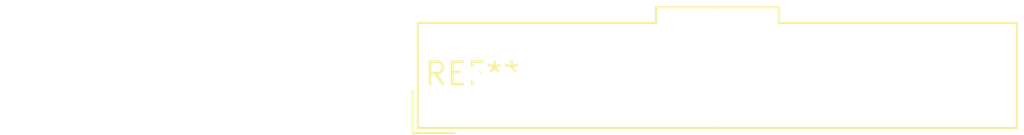
<source format=kicad_pcb>
(kicad_pcb (version 20240108) (generator pcbnew)
  (layers (0 "F.Cu" signal) (31 "B.Cu" signal) (34 "B.Paste" user) (35 "F.Paste" user) (36 "B.SilkS" user "B.Silkscreen") (37 "F.SilkS" user "F.Silkscreen") (38 "B.Mask" user) (39 "F.Mask" user) (44 "Edge.Cuts" user))
  (net 0 "")
  (footprint "Molex_MicroClasp_55932-1510_1x15_P2.00mm_Vertical" (layer "F.Cu") (at 0 0)
    (property "Reference" "REF**")
    (property "Value" "Molex_MicroClasp_55932-1510_1x15_P2.00mm_Vertical")
    (fp_line (start -3.41 1) (end -3.41 3.41) (layer "F.SilkS") (stroke (width 0.12)))
    (fp_line (start -3.41 3.41) (end -1 3.41) (layer "F.SilkS") (stroke (width 0.12)))
    (fp_line (start -3.11 -2.91) (end -3.11 3.11) (layer "F.SilkS") (stroke (width 0.12)))
    (fp_line (start -3.11 3.11) (end 14 3.11) (layer "F.SilkS") (stroke (width 0.12)))
    (fp_line (start 10.5 -3.81) (end 10.5 -2.91) (layer "F.SilkS") (stroke (width 0.12)))
    (fp_line (start 10.5 -2.91) (end -3.11 -2.91) (layer "F.SilkS") (stroke (width 0.12)))
    (fp_line (start 14 -3.81) (end 10.5 -3.81) (layer "F.SilkS") (stroke (width 0.12)))
    (fp_line (start 14 -3.81) (end 17.5 -3.81) (layer "F.SilkS") (stroke (width 0.12)))
    (fp_line (start 17.5 -3.81) (end 17.5 -2.91) (layer "F.SilkS") (stroke (width 0.12)))
    (fp_line (start 17.5 -2.91) (end 31.11 -2.91) (layer "F.SilkS") (stroke (width 0.12)))
    (fp_line (start 31.11 -2.91) (end 31.11 3.11) (layer "F.SilkS") (stroke (width 0.12)))
    (fp_line (start 31.11 3.11) (end 14 3.11) (layer "F.SilkS") (stroke (width 0.12)))
    (pad "" np_thru_hole circle (at 30 -1.9) (size 1.3 1.3) (drill 1.3) (layers *.Cu *.Mask))
    (pad "1" thru_hole roundrect (at 0 0) (size 1.2 1.8) (drill 0.8) (layers *.Cu *.Mask) (remove_unused_layers) (roundrect_rratio 0.208333))
    (pad "2" thru_hole oval (at 2 0) (size 1.2 1.8) (drill 0.8) (layers *.Cu *.Mask) (remove_unused_layers))
    (pad "3" thru_hole oval (at 4 0) (size 1.2 1.8) (drill 0.8) (layers *.Cu *.Mask) (remove_unused_layers))
    (pad "4" thru_hole oval (at 6 0) (size 1.2 1.8) (drill 0.8) (layers *.Cu *.Mask) (remove_unused_layers))
    (pad "5" thru_hole oval (at 8 0) (size 1.2 1.8) (drill 0.8) (layers *.Cu *.Mask) (remove_unused_layers))
    (pad "6" thru_hole oval (at 10 0) (size 1.2 1.8) (drill 0.8) (layers *.Cu *.Mask) (remove_unused_layers))
    (pad "7" thru_hole oval (at 12 0) (size 1.2 1.8) (drill 0.8) (layers *.Cu *.Mask) (remove_unused_layers))
    (pad "8" thru_hole oval (at 14 0) (size 1.2 1.8) (drill 0.8) (layers *.Cu *.Mask) (remove_unused_layers))
    (pad "9" thru_hole oval (at 16 0) (size 1.2 1.8) (drill 0.8) (layers *.Cu *.Mask) (remove_unused_layers))
    (pad "10" thru_hole oval (at 18 0) (size 1.2 1.8) (drill 0.8) (layers *.Cu *.Mask) (remove_unused_layers))
    (pad "11" thru_hole oval (at 20 0) (size 1.2 1.8) (drill 0.8) (layers *.Cu *.Mask) (remove_unused_layers))
    (pad "12" thru_hole oval (at 22 0) (size 1.2 1.8) (drill 0.8) (layers *.Cu *.Mask) (remove_unused_layers))
    (pad "13" thru_hole oval (at 24 0) (size 1.2 1.8) (drill 0.8) (layers *.Cu *.Mask) (remove_unused_layers))
    (pad "14" thru_hole oval (at 26 0) (size 1.2 1.8) (drill 0.8) (layers *.Cu *.Mask) (remove_unused_layers))
    (pad "15" thru_hole oval (at 28 0) (size 1.2 1.8) (drill 0.8) (layers *.Cu *.Mask) (remove_unused_layers))
  )
)
</source>
